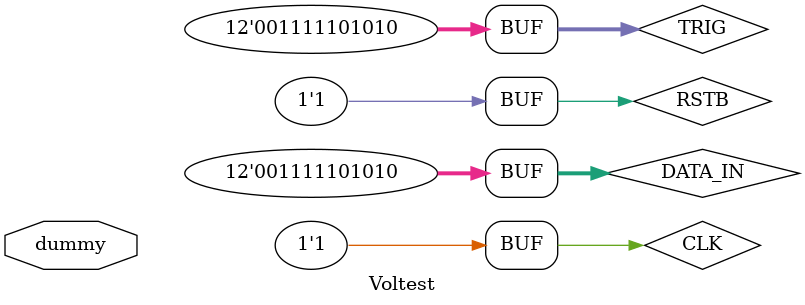
<source format=v>
module Voltest(input dummy);
reg CLK;
reg RSTB;

reg [11:0] DATA_IN;
reg [11:0] TRIG;
wire [31:0] max_vol;
wire [31:0] min_vol;
wire [31:0] mean_vol;
wire [31:0] Vp2p_vol_t;
wire [23:0] frequency;


// function_block test(.CLK(CLK), .RSTB(RSTB), .DATA_IN(DATA_IN), TRIG(TRIG),.frequency(frequency),.Vp2p_vol_t(Vp2p_vol_t), .max_vol(max_vol), .min_vol(min_vol), .mean_vol(mean_vol));
initial 
	begin
	CLK = 0;
	RSTB = 1;
	DATA_IN = 0;
	TRIG=12'd1002;
	end
always
	begin
	#10;
	CLK = 0;
	#10;
	CLK = 1;
	end
always 
	begin
	#200;
	DATA_IN <= 12'd1000;
	#200;
	DATA_IN <= 12'd1002;
	#200;
	DATA_IN <= 12'd1004;
	#200;
	DATA_IN <= 12'd1006;
	#200;
	DATA_IN <= 12'd1008;
	#200;
	DATA_IN <= 12'd1010;
	#200;
	DATA_IN <= 12'd1012;
	#200;
	DATA_IN <= 12'd1010;
	#200;
	DATA_IN <= 12'd1008;
	#200;
	DATA_IN <= 12'd1006;
	#200;
	DATA_IN <= 12'd1004;
	#200;
	DATA_IN <= 12'd1002;
	
	end
	

endmodule

</source>
